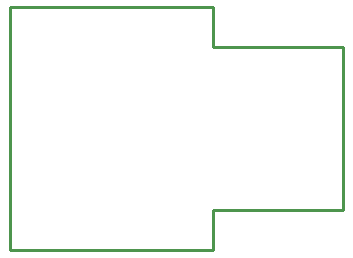
<source format=gko>
%FSLAX25Y25*%
%MOIN*%
G70*
G01*
G75*
G04 Layer_Color=16711935*
%ADD10C,0.06000*%
%ADD11C,0.01000*%
%ADD12C,0.05000*%
%ADD13R,0.05000X0.05000*%
%ADD14R,0.40000X0.30000*%
%ADD15C,0.06800*%
%ADD16C,0.05800*%
%ADD17R,0.05800X0.05800*%
D11*
X442634Y164173D02*
Y218504D01*
X399327D02*
X442634D01*
X399327Y164173D02*
X442634D01*
X399327Y150787D02*
Y164173D01*
Y218504D02*
Y231890D01*
X331610Y150787D02*
X399327D01*
X331610Y231890D02*
X399327D01*
X331610Y150787D02*
Y231890D01*
M02*

</source>
